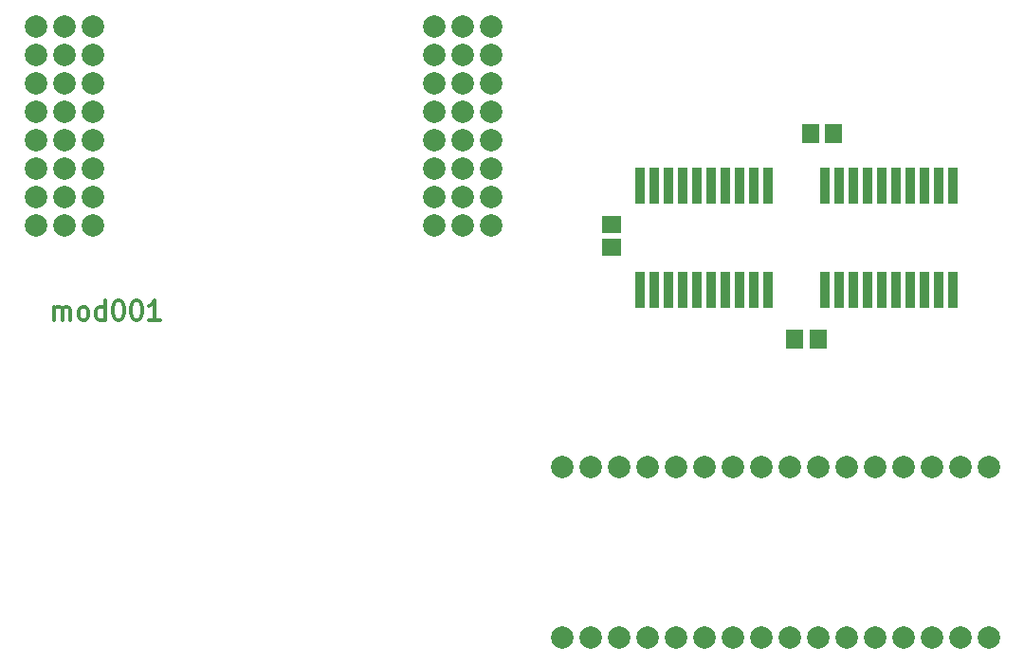
<source format=gts>
G04 #@! TF.FileFunction,Soldermask,Top*
%FSLAX46Y46*%
G04 Gerber Fmt 4.6, Leading zero omitted, Abs format (unit mm)*
G04 Created by KiCad (PCBNEW 4.0.7) date 01/10/20 10:39:04*
%MOMM*%
%LPD*%
G01*
G04 APERTURE LIST*
%ADD10C,0.100000*%
%ADD11C,0.300000*%
%ADD12R,1.700000X1.600000*%
%ADD13R,1.600000X1.700000*%
%ADD14C,2.000000*%
%ADD15R,0.900000X3.200000*%
G04 APERTURE END LIST*
D10*
D11*
X-85975238Y30980952D02*
X-85975238Y32114286D01*
X-85975238Y31952381D02*
X-85894286Y32033333D01*
X-85732381Y32114286D01*
X-85489524Y32114286D01*
X-85327619Y32033333D01*
X-85246667Y31871429D01*
X-85246667Y30980952D01*
X-85246667Y31871429D02*
X-85165714Y32033333D01*
X-85003810Y32114286D01*
X-84760952Y32114286D01*
X-84599048Y32033333D01*
X-84518095Y31871429D01*
X-84518095Y30980952D01*
X-83465714Y30980952D02*
X-83627619Y31061905D01*
X-83708571Y31142857D01*
X-83789523Y31304762D01*
X-83789523Y31790476D01*
X-83708571Y31952381D01*
X-83627619Y32033333D01*
X-83465714Y32114286D01*
X-83222857Y32114286D01*
X-83060952Y32033333D01*
X-82980000Y31952381D01*
X-82899047Y31790476D01*
X-82899047Y31304762D01*
X-82980000Y31142857D01*
X-83060952Y31061905D01*
X-83222857Y30980952D01*
X-83465714Y30980952D01*
X-81441905Y30980952D02*
X-81441905Y32680952D01*
X-81441905Y31061905D02*
X-81603809Y30980952D01*
X-81927619Y30980952D01*
X-82089524Y31061905D01*
X-82170476Y31142857D01*
X-82251428Y31304762D01*
X-82251428Y31790476D01*
X-82170476Y31952381D01*
X-82089524Y32033333D01*
X-81927619Y32114286D01*
X-81603809Y32114286D01*
X-81441905Y32033333D01*
X-80308572Y32680952D02*
X-80146667Y32680952D01*
X-79984762Y32600000D01*
X-79903810Y32519048D01*
X-79822857Y32357143D01*
X-79741905Y32033333D01*
X-79741905Y31628571D01*
X-79822857Y31304762D01*
X-79903810Y31142857D01*
X-79984762Y31061905D01*
X-80146667Y30980952D01*
X-80308572Y30980952D01*
X-80470476Y31061905D01*
X-80551429Y31142857D01*
X-80632381Y31304762D01*
X-80713333Y31628571D01*
X-80713333Y32033333D01*
X-80632381Y32357143D01*
X-80551429Y32519048D01*
X-80470476Y32600000D01*
X-80308572Y32680952D01*
X-78689524Y32680952D02*
X-78527619Y32680952D01*
X-78365714Y32600000D01*
X-78284762Y32519048D01*
X-78203809Y32357143D01*
X-78122857Y32033333D01*
X-78122857Y31628571D01*
X-78203809Y31304762D01*
X-78284762Y31142857D01*
X-78365714Y31061905D01*
X-78527619Y30980952D01*
X-78689524Y30980952D01*
X-78851428Y31061905D01*
X-78932381Y31142857D01*
X-79013333Y31304762D01*
X-79094285Y31628571D01*
X-79094285Y32033333D01*
X-79013333Y32357143D01*
X-78932381Y32519048D01*
X-78851428Y32600000D01*
X-78689524Y32680952D01*
X-76503809Y30980952D02*
X-77475237Y30980952D01*
X-76989523Y30980952D02*
X-76989523Y32680952D01*
X-77151428Y32438095D01*
X-77313333Y32276190D01*
X-77475237Y32195238D01*
D12*
X-36195000Y37465000D03*
X-36195000Y39509700D03*
D13*
X-18415000Y47625000D03*
X-16370300Y47625000D03*
X-17780000Y29210000D03*
X-19824700Y29210000D03*
D14*
X-2540000Y17780000D03*
X-5080000Y17780000D03*
X-7620000Y17780000D03*
X-10160000Y17780000D03*
X-12700000Y17780000D03*
X-15240000Y17780000D03*
X-17780000Y17780000D03*
X-20320000Y17780000D03*
X-22860000Y17780000D03*
X-25400000Y17780000D03*
X-27940000Y17780000D03*
X-30480000Y17780000D03*
X-33020000Y17780000D03*
X-35560000Y17780000D03*
X-38100000Y17780000D03*
X-40640000Y17780000D03*
X-40640000Y2540000D03*
X-38100000Y2540000D03*
X-35560000Y2540000D03*
X-33020000Y2540000D03*
X-30480000Y2540000D03*
X-27940000Y2540000D03*
X-25400000Y2540000D03*
X-22860000Y2540000D03*
X-20320000Y2540000D03*
X-17780000Y2540000D03*
X-15240000Y2540000D03*
X-12700000Y2540000D03*
X-10160000Y2540000D03*
X-7620000Y2540000D03*
X-5080000Y2540000D03*
X-2540000Y2540000D03*
D15*
X-33655000Y33655000D03*
X-32385000Y33655000D03*
X-31115000Y33655000D03*
X-29845000Y33655000D03*
X-28575000Y33655000D03*
X-27305000Y33655000D03*
X-26035000Y33655000D03*
X-24765000Y33655000D03*
X-23495000Y33655000D03*
X-22225000Y33655000D03*
X-22225000Y42951400D03*
X-23495000Y42951400D03*
X-24765000Y42951400D03*
X-26035000Y42951400D03*
X-27305000Y42951400D03*
X-28575000Y42951400D03*
X-29845000Y42951400D03*
X-31115000Y42951400D03*
X-32385000Y42951400D03*
X-33655000Y42951400D03*
X-17145000Y33655000D03*
X-15875000Y33655000D03*
X-14605000Y33655000D03*
X-13335000Y33655000D03*
X-12065000Y33655000D03*
X-10795000Y33655000D03*
X-9525000Y33655000D03*
X-8255000Y33655000D03*
X-6985000Y33655000D03*
X-5715000Y33655000D03*
X-5715000Y42951400D03*
X-6985000Y42951400D03*
X-8255000Y42951400D03*
X-9525000Y42951400D03*
X-10795000Y42951400D03*
X-12065000Y42951400D03*
X-13335000Y42951400D03*
X-14605000Y42951400D03*
X-15875000Y42951400D03*
X-17145000Y42951400D03*
D14*
X-52070000Y39370000D03*
X-49530000Y39370000D03*
X-46990000Y39370000D03*
X-52070000Y41910000D03*
X-49530000Y41910000D03*
X-46990000Y41910000D03*
X-52070000Y44450000D03*
X-49530000Y44450000D03*
X-46990000Y44450000D03*
X-52070000Y46990000D03*
X-49530000Y46990000D03*
X-46990000Y46990000D03*
X-52070000Y49530000D03*
X-49530000Y49530000D03*
X-46990000Y49530000D03*
X-52070000Y52070000D03*
X-49530000Y52070000D03*
X-46990000Y52070000D03*
X-52070000Y54610000D03*
X-49530000Y54610000D03*
X-46990000Y54610000D03*
X-52070000Y57150000D03*
X-49530000Y57150000D03*
X-46990000Y57150000D03*
X-87630000Y57150000D03*
X-85090000Y57150000D03*
X-82550000Y57150000D03*
X-87630000Y54610000D03*
X-85090000Y54610000D03*
X-82550000Y54610000D03*
X-87630000Y52070000D03*
X-85090000Y52070000D03*
X-82550000Y52070000D03*
X-87630000Y49530000D03*
X-85090000Y49530000D03*
X-82550000Y49530000D03*
X-87630000Y46990000D03*
X-85090000Y46990000D03*
X-82550000Y46990000D03*
X-87630000Y44450000D03*
X-85090000Y44450000D03*
X-82550000Y44450000D03*
X-87630000Y41910000D03*
X-85090000Y41910000D03*
X-82550000Y41910000D03*
X-87630000Y39370000D03*
X-85090000Y39370000D03*
X-82550000Y39370000D03*
M02*

</source>
